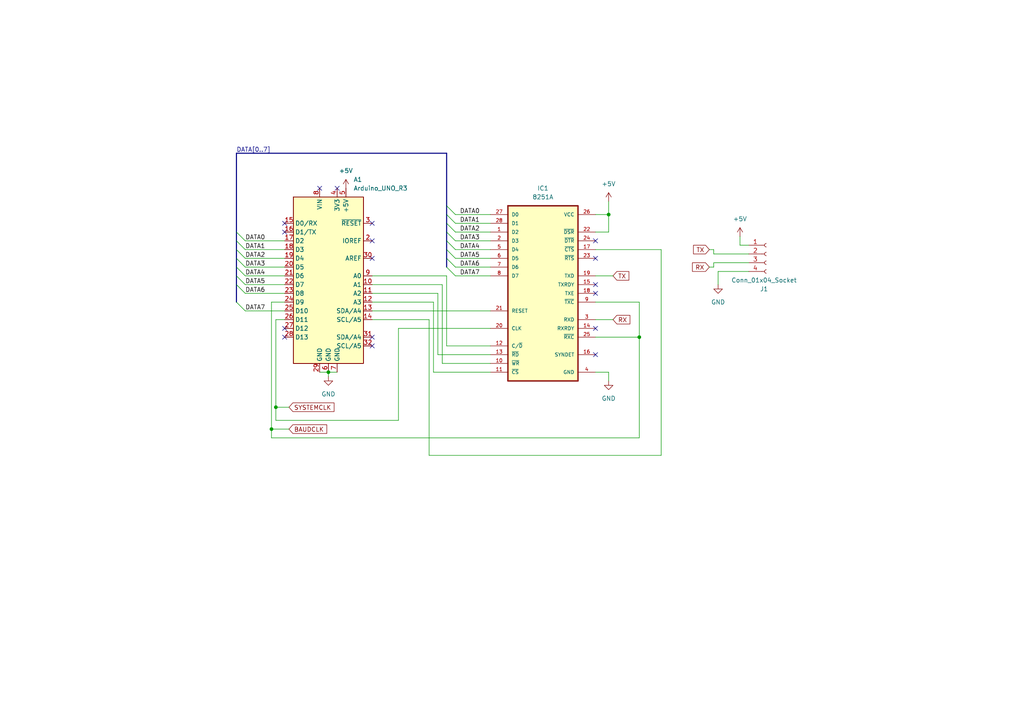
<source format=kicad_sch>
(kicad_sch (version 20230121) (generator eeschema)
  (paper "A4")
  (lib_symbols
    (symbol "8251A:8251A" (pin_names (offset 1.016))
      (property "Reference" "IC" (at -10.16 26.67 0))
      (property "Value" "8251A" (at -10.16 -27.94 0))
      (symbol "8251A_0_0"
        (rectangle (start -10.16 -25.4) (end 10.16 25.4) (stroke (width 0.4064)) (fill (type background)))
        (pin tri_state line (at -15.24 17.78 0) (length 5.08) (name "D2") (number "1"))
        (pin input line (at -15.24 -20.32 0) (length 5.08) (name "~{WR}") (number "10"))
        (pin input line (at -15.24 -22.86 0) (length 5.08) (name "~{CS}") (number "11"))
        (pin input line (at -15.24 -15.24 0) (length 5.08) (name "C/~{D}") (number "12"))
        (pin input line (at -15.24 -17.78 0) (length 5.08) (name "~{RD}") (number "13"))
        (pin output line (at 15.24 -10.16 180) (length 5.08) (name "RXRDY") (number "14"))
        (pin output line (at 15.24 2.54 180) (length 5.08) (name "TXRDY") (number "15"))
        (pin bidirectional line (at 15.24 -17.78 180) (length 5.08) (name "SYNDET") (number "16"))
        (pin input line (at 15.24 12.7 180) (length 5.08) (name "~{CTS}") (number "17"))
        (pin output line (at 15.24 0 180) (length 5.08) (name "TXE") (number "18"))
        (pin output line (at 15.24 5.08 180) (length 5.08) (name "TXD") (number "19"))
        (pin tri_state line (at -15.24 15.24 0) (length 5.08) (name "D3") (number "2"))
        (pin input line (at -15.24 -10.16 0) (length 5.08) (name "CLK") (number "20"))
        (pin input line (at -15.24 -5.08 0) (length 5.08) (name "RESET") (number "21"))
        (pin input line (at 15.24 17.78 180) (length 5.08) (name "~{DSR}") (number "22"))
        (pin output line (at 15.24 10.16 180) (length 5.08) (name "~{RTS}") (number "23"))
        (pin output line (at 15.24 15.24 180) (length 5.08) (name "~{DTR}") (number "24"))
        (pin input line (at 15.24 -12.7 180) (length 5.08) (name "~{RXC}") (number "25"))
        (pin power_in line (at 15.24 22.86 180) (length 5.08) (name "VCC") (number "26"))
        (pin tri_state line (at -15.24 22.86 0) (length 5.08) (name "D0") (number "27"))
        (pin tri_state line (at -15.24 20.32 0) (length 5.08) (name "D1") (number "28"))
        (pin input line (at 15.24 -7.62 180) (length 5.08) (name "RXD") (number "3"))
        (pin power_in line (at 15.24 -22.86 180) (length 5.08) (name "GND") (number "4"))
        (pin tri_state line (at -15.24 12.7 0) (length 5.08) (name "D4") (number "5"))
        (pin tri_state line (at -15.24 10.16 0) (length 5.08) (name "D5") (number "6"))
        (pin tri_state line (at -15.24 7.62 0) (length 5.08) (name "D6") (number "7"))
        (pin tri_state line (at -15.24 5.08 0) (length 5.08) (name "D7") (number "8"))
        (pin input line (at 15.24 -2.54 180) (length 5.08) (name "~{TXC}") (number "9"))
      )
    )
    (symbol "Connector:Conn_01x04_Socket" (pin_names (offset 1.016) hide)
      (property "Reference" "J" (at 0 5.08 0))
      (property "Value" "Conn_01x04_Socket" (at 0 -7.62 0))
      (symbol "Conn_01x04_Socket_1_1"
        (arc (start 0 -4.572) (mid -0.5058 -5.08) (end 0 -5.588) (stroke (width 0.1524)))
        (arc (start 0 -2.032) (mid -0.5058 -2.54) (end 0 -3.048) (stroke (width 0.1524)))
        (polyline (pts (xy -1.27 -5.08) (xy -0.508 -5.08)) (stroke (width 0.1524)))
        (polyline (pts (xy -1.27 -2.54) (xy -0.508 -2.54)) (stroke (width 0.1524)))
        (polyline (pts (xy -1.27 0) (xy -0.508 0)) (stroke (width 0.1524)))
        (polyline (pts (xy -1.27 2.54) (xy -0.508 2.54)) (stroke (width 0.1524)))
        (arc (start 0 0.508) (mid -0.5058 0) (end 0 -0.508) (stroke (width 0.1524)))
        (arc (start 0 3.048) (mid -0.5058 2.54) (end 0 2.032) (stroke (width 0.1524)))
        (pin passive line (at -5.08 2.54 0) (length 3.81) (name "Pin_1") (number "1"))
        (pin passive line (at -5.08 0 0) (length 3.81) (name "Pin_2") (number "2"))
        (pin passive line (at -5.08 -2.54 0) (length 3.81) (name "Pin_3") (number "3"))
        (pin passive line (at -5.08 -5.08 0) (length 3.81) (name "Pin_4") (number "4"))
      )
    )
    (symbol "MCU_Module:Arduino_UNO_R3"
      (property "Reference" "A" (at -10.16 23.495 0))
      (property "Value" "Arduino_UNO_R3" (at 5.08 -26.67 0))
      (symbol "Arduino_UNO_R3_0_1"
        (rectangle (start -10.16 22.86) (end 10.16 -25.4) (stroke (width 0.254)) (fill (type background)))
      )
      (symbol "Arduino_UNO_R3_1_1"
        (pin no_connect line (at -10.16 -20.32 0) (length 2.54) hide (name "NC") (number "1"))
        (pin bidirectional line (at 12.7 -2.54 180) (length 2.54) (name "A1") (number "10"))
        (pin bidirectional line (at 12.7 -5.08 180) (length 2.54) (name "A2") (number "11"))
        (pin bidirectional line (at 12.7 -7.62 180) (length 2.54) (name "A3") (number "12"))
        (pin bidirectional line (at 12.7 -10.16 180) (length 2.54) (name "SDA/A4") (number "13"))
        (pin bidirectional line (at 12.7 -12.7 180) (length 2.54) (name "SCL/A5") (number "14"))
        (pin bidirectional line (at -12.7 15.24 0) (length 2.54) (name "D0/RX") (number "15"))
        (pin bidirectional line (at -12.7 12.7 0) (length 2.54) (name "D1/TX") (number "16"))
        (pin bidirectional line (at -12.7 10.16 0) (length 2.54) (name "D2") (number "17"))
        (pin bidirectional line (at -12.7 7.62 0) (length 2.54) (name "D3") (number "18"))
        (pin bidirectional line (at -12.7 5.08 0) (length 2.54) (name "D4") (number "19"))
        (pin output line (at 12.7 10.16 180) (length 2.54) (name "IOREF") (number "2"))
        (pin bidirectional line (at -12.7 2.54 0) (length 2.54) (name "D5") (number "20"))
        (pin bidirectional line (at -12.7 0 0) (length 2.54) (name "D6") (number "21"))
        (pin bidirectional line (at -12.7 -2.54 0) (length 2.54) (name "D7") (number "22"))
        (pin bidirectional line (at -12.7 -5.08 0) (length 2.54) (name "D8") (number "23"))
        (pin bidirectional line (at -12.7 -7.62 0) (length 2.54) (name "D9") (number "24"))
        (pin bidirectional line (at -12.7 -10.16 0) (length 2.54) (name "D10") (number "25"))
        (pin bidirectional line (at -12.7 -12.7 0) (length 2.54) (name "D11") (number "26"))
        (pin bidirectional line (at -12.7 -15.24 0) (length 2.54) (name "D12") (number "27"))
        (pin bidirectional line (at -12.7 -17.78 0) (length 2.54) (name "D13") (number "28"))
        (pin power_in line (at -2.54 -27.94 90) (length 2.54) (name "GND") (number "29"))
        (pin input line (at 12.7 15.24 180) (length 2.54) (name "~{RESET}") (number "3"))
        (pin input line (at 12.7 5.08 180) (length 2.54) (name "AREF") (number "30"))
        (pin bidirectional line (at 12.7 -17.78 180) (length 2.54) (name "SDA/A4") (number "31"))
        (pin bidirectional line (at 12.7 -20.32 180) (length 2.54) (name "SCL/A5") (number "32"))
        (pin power_out line (at 2.54 25.4 270) (length 2.54) (name "3V3") (number "4"))
        (pin power_out line (at 5.08 25.4 270) (length 2.54) (name "+5V") (number "5"))
        (pin power_in line (at 0 -27.94 90) (length 2.54) (name "GND") (number "6"))
        (pin power_in line (at 2.54 -27.94 90) (length 2.54) (name "GND") (number "7"))
        (pin power_in line (at -2.54 25.4 270) (length 2.54) (name "VIN") (number "8"))
        (pin bidirectional line (at 12.7 0 180) (length 2.54) (name "A0") (number "9"))
      )
    )
    (symbol "power:+5V" (power) (pin_names (offset 0))
      (property "Value" "+5V" (at 0 3.556 0))
      (symbol "+5V_0_1"
        (polyline (pts (xy -0.762 1.27) (xy 0 2.54)))
        (polyline (pts (xy 0 0) (xy 0 2.54)))
        (polyline (pts (xy 0 2.54) (xy 0.762 1.27)))
      )
      (symbol "+5V_1_1"
        (pin power_in line (at 0 0 90) (length 0) hide (name "+5V") (number "1"))
      )
    )
    (symbol "power:GND" (power) (pin_names (offset 0))
      (property "Value" "GND" (at 0 -3.81 0))
      (symbol "GND_0_1"
        (polyline (pts (xy 0 0) (xy 0 -1.27) (xy 1.27 -1.27) (xy 0 -2.54) (xy -1.27 -1.27) (xy 0 -1.27)))
      )
      (symbol "GND_1_1"
        (pin power_in line (at 0 0 270) (length 0) hide (name "GND") (number "1"))
      )
    )
  )
  (junction (at 176.53 62.23))
  (junction (at 95.25 107.95))
  (junction (at 78.74 124.46))
  (junction (at 80.01 118.11))
  (junction (at 185.42 97.79))
  (no_connect (at 82.55 64.77))
  (no_connect (at 107.95 69.85))
  (no_connect (at 82.55 67.31))
  (no_connect (at 172.72 82.55))
  (no_connect (at 92.71 54.61))
  (no_connect (at 172.72 69.85))
  (no_connect (at 172.72 85.09))
  (no_connect (at 172.72 95.25))
  (no_connect (at 107.95 97.79))
  (no_connect (at 107.95 64.77))
  (no_connect (at 172.72 102.87))
  (no_connect (at 107.95 100.33))
  (no_connect (at 107.95 74.93))
  (no_connect (at 82.55 95.25))
  (no_connect (at 97.79 54.61))
  (no_connect (at 82.55 97.79))
  (no_connect (at 172.72 74.93))
  (bus_entry (at 129.54 59.69) (size 2.54 2.54))
  (bus_entry (at 129.54 64.77) (size 2.54 2.54))
  (bus_entry (at 129.54 77.47) (size 2.54 2.54))
  (bus_entry (at 129.54 67.31) (size 2.54 2.54))
  (bus_entry (at 68.58 82.55) (size 2.54 2.54))
  (bus_entry (at 68.58 77.47) (size 2.54 2.54))
  (bus_entry (at 129.54 62.23) (size 2.54 2.54))
  (bus_entry (at 129.54 74.93) (size 2.54 2.54))
  (bus_entry (at 68.58 67.31) (size 2.54 2.54))
  (bus_entry (at 68.58 87.63) (size 2.54 2.54))
  (bus_entry (at 68.58 74.93) (size 2.54 2.54))
  (bus_entry (at 68.58 69.85) (size 2.54 2.54))
  (bus_entry (at 129.54 72.39) (size 2.54 2.54))
  (bus_entry (at 68.58 80.01) (size 2.54 2.54))
  (bus_entry (at 68.58 72.39) (size 2.54 2.54))
  (bus_entry (at 129.54 69.85) (size 2.54 2.54))
  (wire (pts (xy 172.72 67.31) (xy 176.53 67.31)))
  (wire (pts (xy 142.24 102.87) (xy 127 102.87)))
  (wire (pts (xy 214.63 71.12) (xy 217.17 71.12)))
  (wire (pts (xy 107.95 90.17) (xy 142.24 90.17)))
  (wire (pts (xy 207.01 72.39) (xy 205.74 72.39)))
  (wire (pts (xy 71.12 72.39) (xy 82.55 72.39)))
  (wire (pts (xy 176.53 58.42) (xy 176.53 62.23)))
  (bus (pts (xy 129.54 59.69) (xy 129.54 62.23)))
  (bus (pts (xy 68.58 77.47) (xy 68.58 74.93)))
  (wire (pts (xy 80.01 92.71) (xy 80.01 118.11)))
  (wire (pts (xy 71.12 90.17) (xy 82.55 90.17)))
  (bus (pts (xy 68.58 44.45) (xy 129.54 44.45)))
  (bus (pts (xy 129.54 69.85) (xy 129.54 72.39)))
  (wire (pts (xy 132.08 64.77) (xy 142.24 64.77)))
  (wire (pts (xy 80.01 118.11) (xy 80.01 121.92)))
  (wire (pts (xy 124.46 132.08) (xy 191.77 132.08)))
  (wire (pts (xy 208.28 78.74) (xy 217.17 78.74)))
  (wire (pts (xy 191.77 132.08) (xy 191.77 72.39)))
  (bus (pts (xy 129.54 74.93) (xy 129.54 77.47)))
  (wire (pts (xy 127 85.09) (xy 107.95 85.09)))
  (bus (pts (xy 68.58 87.63) (xy 68.58 82.55)))
  (bus (pts (xy 68.58 72.39) (xy 68.58 69.85)))
  (wire (pts (xy 176.53 107.95) (xy 172.72 107.95)))
  (bus (pts (xy 129.54 67.31) (xy 129.54 69.85)))
  (wire (pts (xy 82.55 87.63) (xy 78.74 87.63)))
  (wire (pts (xy 124.46 92.71) (xy 124.46 132.08)))
  (bus (pts (xy 68.58 67.31) (xy 68.58 44.45)))
  (wire (pts (xy 115.57 95.25) (xy 142.24 95.25)))
  (wire (pts (xy 172.72 80.01) (xy 177.8 80.01)))
  (wire (pts (xy 80.01 118.11) (xy 83.82 118.11)))
  (wire (pts (xy 207.01 73.66) (xy 207.01 72.39)))
  (wire (pts (xy 92.71 107.95) (xy 95.25 107.95)))
  (wire (pts (xy 132.08 72.39) (xy 142.24 72.39)))
  (wire (pts (xy 217.17 73.66) (xy 207.01 73.66)))
  (wire (pts (xy 176.53 62.23) (xy 172.72 62.23)))
  (bus (pts (xy 68.58 80.01) (xy 68.58 77.47)))
  (wire (pts (xy 176.53 110.49) (xy 176.53 107.95)))
  (wire (pts (xy 125.73 87.63) (xy 125.73 107.95)))
  (wire (pts (xy 107.95 80.01) (xy 129.54 80.01)))
  (wire (pts (xy 129.54 80.01) (xy 129.54 100.33)))
  (bus (pts (xy 129.54 64.77) (xy 129.54 67.31)))
  (wire (pts (xy 129.54 100.33) (xy 142.24 100.33)))
  (wire (pts (xy 172.72 92.71) (xy 177.8 92.71)))
  (bus (pts (xy 129.54 44.45) (xy 129.54 59.69)))
  (wire (pts (xy 125.73 107.95) (xy 142.24 107.95)))
  (wire (pts (xy 207.01 77.47) (xy 207.01 76.2)))
  (wire (pts (xy 185.42 127) (xy 185.42 97.79)))
  (bus (pts (xy 129.54 72.39) (xy 129.54 74.93)))
  (bus (pts (xy 68.58 82.55) (xy 68.58 80.01)))
  (wire (pts (xy 214.63 68.58) (xy 214.63 71.12)))
  (wire (pts (xy 107.95 87.63) (xy 125.73 87.63)))
  (wire (pts (xy 142.24 105.41) (xy 128.27 105.41)))
  (wire (pts (xy 127 102.87) (xy 127 85.09)))
  (wire (pts (xy 71.12 80.01) (xy 82.55 80.01)))
  (wire (pts (xy 132.08 74.93) (xy 142.24 74.93)))
  (wire (pts (xy 172.72 97.79) (xy 185.42 97.79)))
  (wire (pts (xy 205.74 77.47) (xy 207.01 77.47)))
  (bus (pts (xy 68.58 74.93) (xy 68.58 72.39)))
  (wire (pts (xy 132.08 69.85) (xy 142.24 69.85)))
  (wire (pts (xy 78.74 87.63) (xy 78.74 124.46)))
  (wire (pts (xy 71.12 85.09) (xy 82.55 85.09)))
  (bus (pts (xy 68.58 69.85) (xy 68.58 67.31)))
  (wire (pts (xy 82.55 92.71) (xy 80.01 92.71)))
  (wire (pts (xy 191.77 72.39) (xy 172.72 72.39)))
  (wire (pts (xy 78.74 127) (xy 185.42 127)))
  (wire (pts (xy 128.27 105.41) (xy 128.27 82.55)))
  (wire (pts (xy 71.12 82.55) (xy 82.55 82.55)))
  (wire (pts (xy 95.25 107.95) (xy 97.79 107.95)))
  (wire (pts (xy 71.12 69.85) (xy 82.55 69.85)))
  (wire (pts (xy 208.28 82.55) (xy 208.28 78.74)))
  (wire (pts (xy 78.74 124.46) (xy 83.82 124.46)))
  (wire (pts (xy 128.27 82.55) (xy 107.95 82.55)))
  (wire (pts (xy 132.08 80.01) (xy 142.24 80.01)))
  (wire (pts (xy 80.01 121.92) (xy 115.57 121.92)))
  (bus (pts (xy 129.54 62.23) (xy 129.54 64.77)))
  (wire (pts (xy 185.42 87.63) (xy 172.72 87.63)))
  (wire (pts (xy 78.74 124.46) (xy 78.74 127)))
  (wire (pts (xy 185.42 97.79) (xy 185.42 87.63)))
  (wire (pts (xy 207.01 76.2) (xy 217.17 76.2)))
  (wire (pts (xy 132.08 67.31) (xy 142.24 67.31)))
  (wire (pts (xy 71.12 77.47) (xy 82.55 77.47)))
  (wire (pts (xy 132.08 77.47) (xy 142.24 77.47)))
  (wire (pts (xy 107.95 92.71) (xy 124.46 92.71)))
  (wire (pts (xy 71.12 74.93) (xy 82.55 74.93)))
  (wire (pts (xy 132.08 62.23) (xy 142.24 62.23)))
  (wire (pts (xy 176.53 67.31) (xy 176.53 62.23)))
  (wire (pts (xy 95.25 107.95) (xy 95.25 109.22)))
  (wire (pts (xy 115.57 121.92) (xy 115.57 95.25)))
  (label "DATA7" (at 71.12 90.17 0))
  (label "DATA[0..7]" (at 68.58 44.45 0))
  (label "DATA5" (at 71.12 82.55 0))
  (label "DATA3" (at 133.35 69.85 0))
  (label "DATA2" (at 71.12 74.93 0))
  (label "DATA2" (at 133.35 67.31 0))
  (label "DATA4" (at 133.35 72.39 0))
  (label "DATA6" (at 133.35 77.47 0))
  (label "DATA4" (at 71.12 80.01 0))
  (label "DATA7" (at 133.35 80.01 0))
  (label "DATA1" (at 133.35 64.77 0))
  (label "DATA0" (at 71.12 69.85 0))
  (label "DATA3" (at 71.12 77.47 0))
  (label "DATA5" (at 133.35 74.93 0))
  (label "DATA6" (at 71.12 85.09 0))
  (label "DATA1" (at 71.12 72.39 0))
  (label "DATA0" (at 133.35 62.23 0))
  (global_label "RX" (shape input) (at 177.8 92.71 0) (property "Intersheetrefs" "${INTERSHEET_REFS}" (effects hide)))
  (global_label "TX" (shape input) (at 205.74 72.39 180) (property "Intersheetrefs" "${INTERSHEET_REFS}" (effects hide)))
  (global_label "BAUDCLK" (shape input) (at 83.82 124.46 0) (property "Intersheetrefs" "${INTERSHEET_REFS}" (effects hide)))
  (global_label "RX" (shape input) (at 205.74 77.47 180) (property "Intersheetrefs" "${INTERSHEET_REFS}" (effects hide)))
  (global_label "SYSTEMCLK" (shape input) (at 83.82 118.11 0) (property "Intersheetrefs" "${INTERSHEET_REFS}" (effects hide)))
  (global_label "TX" (shape input) (at 177.8 80.01 0) (property "Intersheetrefs" "${INTERSHEET_REFS}" (effects hide)))
  (symbol (lib_id "power:+5V") (at 176.53 58.42 0) (unit 1)
    (property "Reference" "#PWR03" (effects hide))
    (property "Value" "+5V" (at 176.53 53.34 0))
  )
  (symbol (lib_id "power:GND") (at 208.28 82.55 0) (unit 1)
    (property "Reference" "#PWR01" (effects hide))
    (property "Value" "GND" (at 208.28 87.63 0))
  )
  (symbol (lib_id "MCU_Module:Arduino_UNO_R3") (at 95.25 80.01 0) (unit 1)
    (property "Reference" "A1" (at 102.5241 52.07 0) (effects (justify left)))
    (property "Value" "Arduino_UNO_R3" (at 102.5241 54.61 0) (effects (justify left)))
    (property "Footprint" "Module:Arduino_UNO_R3" (effects hide))
    (property "Datasheet" "https://www.arduino.cc/en/Main/arduinoBoardUno" (effects hide))
  )
  (symbol (lib_id "power:+5V") (at 100.33 54.61 0) (unit 1)
    (property "Reference" "#PWR05" (effects hide))
    (property "Value" "+5V" (at 100.33 49.53 0))
  )
  (symbol (lib_id "power:GND") (at 95.25 109.22 0) (unit 1)
    (property "Reference" "#PWR06" (effects hide))
    (property "Value" "GND" (at 95.25 114.3 0))
  )
  (symbol (lib_id "power:GND") (at 176.53 110.49 0) (unit 1)
    (property "Reference" "#PWR04" (effects hide))
    (property "Value" "GND" (at 176.53 115.57 0))
  )
  (symbol (lib_id "8251A:8251A") (at 157.48 85.09 0) (unit 1)
    (property "Reference" "IC1" (at 157.48 54.61 0))
    (property "Value" "8251A" (at 157.48 57.15 0))
    (property "Footprint" "8251A:DIL28-6" (effects hide))
    (property "MF" "Rochester Electronics" (effects hide))
    (property "Description" "\nSERIAL I/O CONTROLLER, 1 CHANNEL\n" (effects hide))
    (property "Package" "None" (effects hide))
    (property "Price" "None" (effects hide))
    (property "OC_FARNELL" "unknown" (effects hide))
    (property "SnapEDA_Link" "https://www.snapeda.com/parts/8251A/Rochester+Electronics/view-part/?ref=snap" (effects hide))
    (property "MP" "8251A" (effects hide))
    (property "OC_NEWARK" "unknown" (effects hide))
    (property "Availability" "Not in stock" (effects hide))
    (property "Check_prices" "https://www.snapeda.com/parts/8251A/Rochester+Electronics/view-part/?ref=eda" (effects hide))
  )
  (symbol (lib_id "power:+5V") (at 214.63 68.58 0) (unit 1)
    (property "Reference" "#PWR02" (effects hide))
    (property "Value" "+5V" (at 214.63 63.5 0))
  )
  (symbol (lib_id "Connector:Conn_01x04_Socket") (at 222.25 73.66 0) (unit 1)
    (property "Reference" "J1" (at 221.615 83.82 0))
    (property "Value" "Conn_01x04_Socket" (at 221.615 81.28 0))
  )
)
</source>
